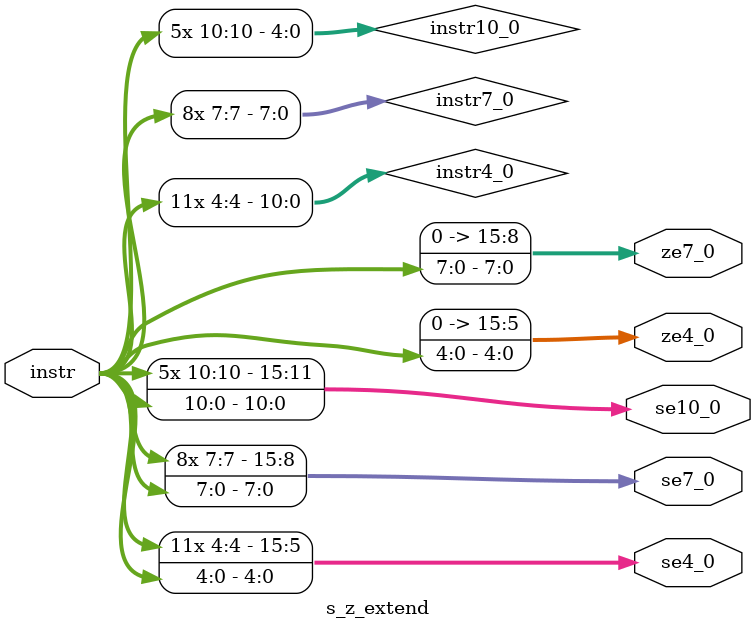
<source format=v>
module s_z_extend(instr, se4_0, se7_0, se10_0, ze4_0, ze7_0);

    input [10:0] instr;

    output [15:0] se4_0, se7_0, se10_0, ze4_0, ze7_0;

    wire [10:0] instr4_0;
    wire [7:0] instr7_0;
    wire [4:0] instr10_0;

    //sign extend
    assign instr4_0 = {11{instr[4]}};
    assign instr7_0 = {8{instr[7]}};
    assign instr10_0 = {5{instr[10]}};

    //sign extend concatenation
    assign se4_0 = {instr4_0, instr[4:0]};
    assign se7_0 = {instr7_0, instr[7:0]};
    assign se10_0 = {instr10_0, instr[10:0]};

    //zero extend
    assign ze4_0 = {11'b0, instr[4:0]};
    assign ze7_0 = {8'h00, instr[7:0]};

endmodule


</source>
